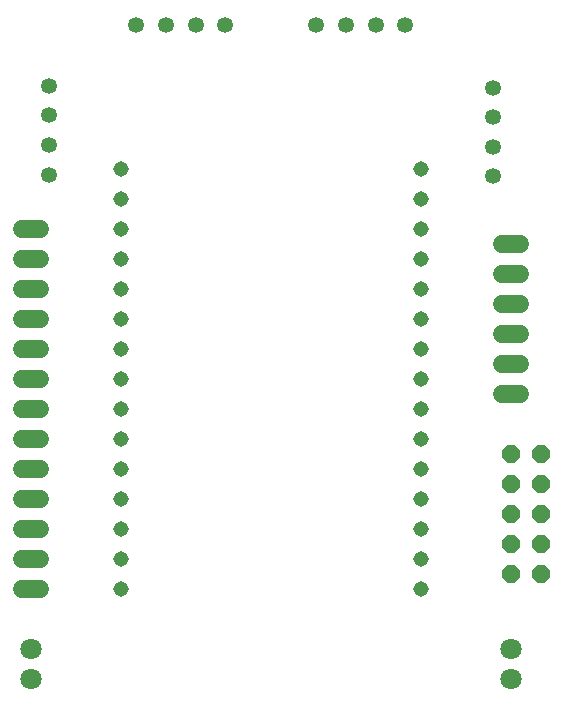
<source format=gbr>
G04 EAGLE Gerber RS-274X export*
G75*
%MOMM*%
%FSLAX34Y34*%
%LPD*%
%INBottom Copper*%
%IPPOS*%
%AMOC8*
5,1,8,0,0,1.08239X$1,22.5*%
G01*
G04 Define Apertures*
%ADD10C,1.348000*%
%ADD11C,1.800000*%
%ADD12P,1.64956X8X292.5*%
%ADD13C,1.524000*%
%ADD14C,1.308000*%
D10*
X-114300Y210820D03*
X-89300Y210820D03*
X-64300Y210820D03*
X-39300Y210820D03*
X38100Y210820D03*
X63100Y210820D03*
X88100Y210820D03*
X113100Y210820D03*
X-187960Y83820D03*
X-187960Y108820D03*
X-187960Y133820D03*
X-187960Y158820D03*
X187960Y157480D03*
X187960Y132480D03*
X187960Y107480D03*
X187960Y82480D03*
D11*
X203200Y-342900D03*
X203200Y-317500D03*
X-203200Y-342900D03*
X-203200Y-317500D03*
D12*
X203200Y-152400D03*
X228600Y-152400D03*
X203200Y-177800D03*
X228600Y-177800D03*
X203200Y-203200D03*
X228600Y-203200D03*
X203200Y-228600D03*
X228600Y-228600D03*
X203200Y-254000D03*
X228600Y-254000D03*
D13*
X-195580Y38100D02*
X-210820Y38100D01*
X-210820Y12700D02*
X-195580Y12700D01*
X-195580Y-12700D02*
X-210820Y-12700D01*
X-210820Y-38100D02*
X-195580Y-38100D01*
X-195580Y-63500D02*
X-210820Y-63500D01*
X-210820Y-88900D02*
X-195580Y-88900D01*
X-195580Y-114300D02*
X-210820Y-114300D01*
X-210820Y-139700D02*
X-195580Y-139700D01*
X-195580Y-165100D02*
X-210820Y-165100D01*
X-210820Y-190500D02*
X-195580Y-190500D01*
X-195580Y-215900D02*
X-210820Y-215900D01*
X-210820Y-241300D02*
X-195580Y-241300D01*
X-195580Y-266700D02*
X-210820Y-266700D01*
X195580Y25400D02*
X210820Y25400D01*
X210820Y0D02*
X195580Y0D01*
X195580Y-25400D02*
X210820Y-25400D01*
X210820Y-50800D02*
X195580Y-50800D01*
X195580Y-76200D02*
X210820Y-76200D01*
X210820Y-101600D02*
X195580Y-101600D01*
D14*
X-127000Y88900D03*
X-127000Y63500D03*
X-127000Y38100D03*
X-127000Y12700D03*
X-127000Y-12700D03*
X-127000Y-38100D03*
X-127000Y-63500D03*
X-127000Y-88900D03*
X-127000Y-114300D03*
X-127000Y-139700D03*
X-127000Y-165100D03*
X-127000Y-190500D03*
X-127000Y-215900D03*
X-127000Y-241300D03*
X-127000Y-266700D03*
X127000Y88900D03*
X127000Y63500D03*
X127000Y38100D03*
X127000Y12700D03*
X127000Y-12700D03*
X127000Y-38100D03*
X127000Y-63500D03*
X127000Y-88900D03*
X127000Y-114300D03*
X127000Y-139700D03*
X127000Y-165100D03*
X127000Y-190500D03*
X127000Y-215900D03*
X127000Y-241300D03*
X127000Y-266700D03*
M02*

</source>
